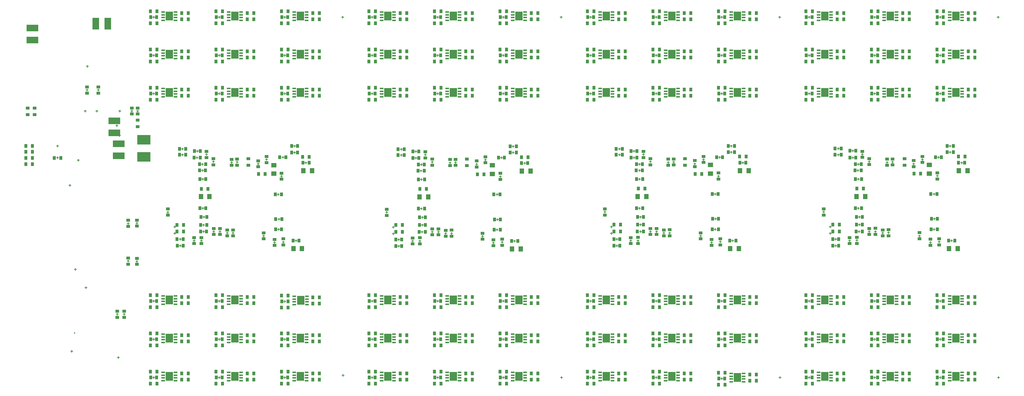
<source format=gbp>
G04*
G04 #@! TF.GenerationSoftware,Altium Limited,Altium Designer,18.1.7 (191)*
G04*
G04 Layer_Color=128*
%FSLAX25Y25*%
%MOIN*%
G70*
G01*
G75*
%ADD12C,0.00787*%
%ADD15C,0.00500*%
%ADD20R,0.03500X0.03000*%
%ADD24R,0.03937X0.04921*%
%ADD26R,0.03000X0.03500*%
%ADD31R,0.03543X0.03000*%
%ADD34R,0.03000X0.03543*%
%ADD36R,0.11000X0.06299*%
%ADD47R,0.06693X0.08071*%
%ADD48R,0.03347X0.01378*%
%ADD52R,0.06299X0.11000*%
%ADD165R,0.12000X0.09000*%
%ADD166R,0.04921X0.03937*%
D12*
X52025Y93202D02*
G03*
X52025Y93202I-394J0D01*
G01*
D15*
X102926Y296599D02*
X104926D01*
X103926Y295599D02*
Y297599D01*
X742376Y184619D02*
X744376D01*
X743376Y183619D02*
Y185619D01*
X542076Y184604D02*
X544076D01*
X543076Y183604D02*
Y185604D01*
X343386Y183259D02*
Y185259D01*
X342386Y184259D02*
X344386D01*
X46306Y228669D02*
X48306D01*
X47306Y227669D02*
Y229669D01*
X62356Y337549D02*
X64356D01*
X63356Y336549D02*
Y338549D01*
X124009Y381418D02*
Y383418D01*
X123009Y382418D02*
X125009D01*
X826546Y252185D02*
X828546D01*
X827546Y251185D02*
Y253185D01*
X862583Y249129D02*
X864583D01*
X863583Y248129D02*
Y250129D01*
X795312Y248687D02*
Y250687D01*
X794312Y249687D02*
X796312D01*
X784746Y185273D02*
Y187273D01*
X783746Y186273D02*
X785746D01*
X837246Y220429D02*
X839246D01*
X838246Y219429D02*
Y221429D01*
X824946Y181273D02*
Y183273D01*
X823946Y182273D02*
X825946D01*
X837696Y197720D02*
X839696D01*
X838696Y196720D02*
Y198720D01*
X819746Y247329D02*
Y249329D01*
X818746Y248329D02*
X820746D01*
X800346Y248829D02*
Y250829D01*
X799346Y249829D02*
X801346D01*
X778946Y249129D02*
Y251129D01*
X777946Y250129D02*
X779946D01*
X768146Y234129D02*
X770146D01*
X769146Y233129D02*
Y235129D01*
X768146Y207629D02*
X770146D01*
X769146Y206629D02*
Y208629D01*
X779046Y185229D02*
Y187229D01*
X778046Y186229D02*
X780046D01*
X791346Y183929D02*
Y185929D01*
X790346Y184929D02*
X792346D01*
X747390Y173229D02*
X749390D01*
X748390Y172229D02*
Y174229D01*
X834946Y175273D02*
Y177273D01*
X833946Y176273D02*
X835946D01*
X768846Y186329D02*
X770846D01*
X769846Y185329D02*
Y187329D01*
X768946Y192429D02*
X770946D01*
X769946Y191429D02*
Y193429D01*
X767946Y247829D02*
X769946D01*
X768946Y246829D02*
Y248829D01*
X767846Y242129D02*
X769846D01*
X768846Y241129D02*
Y243129D01*
X747346Y179329D02*
X749346D01*
X748346Y178329D02*
Y180329D01*
X841346Y254229D02*
X843346D01*
X842346Y253229D02*
Y255229D01*
X837446Y188229D02*
X839446D01*
X838446Y187229D02*
Y189229D01*
X842946Y175773D02*
Y177773D01*
X841946Y176773D02*
X843946D01*
X795746Y185029D02*
X797746D01*
X796746Y184029D02*
Y186029D01*
X767746Y177029D02*
Y179029D01*
X766746Y178029D02*
X768746D01*
X769046Y199629D02*
X771046D01*
X770046Y198629D02*
Y200629D01*
X841246Y236029D02*
Y238029D01*
X840246Y237029D02*
X842246D01*
X761146Y176929D02*
Y178929D01*
X760146Y177929D02*
X762146D01*
X763946Y252829D02*
Y254829D01*
X762946Y253829D02*
X764946D01*
X853146Y257729D02*
Y259729D01*
X852146Y258729D02*
X854146D01*
X772528Y255797D02*
Y257797D01*
X771528Y256797D02*
X773528D01*
X854446Y176829D02*
Y178829D01*
X853446Y177829D02*
X855446D01*
X763046Y260029D02*
X765046D01*
X764046Y259029D02*
Y261029D01*
X749546Y262029D02*
X751546D01*
X750546Y261029D02*
Y263029D01*
X852146Y264529D02*
X854146D01*
X853146Y263529D02*
Y265529D01*
X749546Y256529D02*
X751546D01*
X750546Y255529D02*
Y257529D01*
X543076Y189534D02*
Y191534D01*
X542076Y190534D02*
X544076D01*
X536946Y203070D02*
Y205070D01*
X535946Y204070D02*
X537946D01*
X109516Y295569D02*
Y297569D01*
X108516Y296569D02*
X110516D01*
X91877Y296599D02*
X93877D01*
X92877Y295599D02*
Y297599D01*
X89496Y283279D02*
X91496D01*
X90496Y282279D02*
Y284279D01*
X92752Y273319D02*
Y275319D01*
X91752Y274319D02*
X93752D01*
X35898Y252761D02*
Y254761D01*
X34898Y253761D02*
X36898D01*
X124009Y311418D02*
Y313418D01*
X123009Y312418D02*
X125009D01*
X724009Y121418D02*
Y123418D01*
X723009Y122418D02*
X725009D01*
X723009D02*
X725009D01*
X724009Y121418D02*
Y123418D01*
X342386Y190189D02*
X344386D01*
X343386Y189189D02*
Y191189D01*
X347356Y178969D02*
X349356D01*
X348356Y177969D02*
Y179969D01*
X368856Y185969D02*
X370856D01*
X369856Y184969D02*
Y186969D01*
X368956Y192069D02*
X370956D01*
X369956Y191069D02*
Y193069D01*
X368156Y233769D02*
X370156D01*
X369156Y232769D02*
Y234769D01*
X367856Y241769D02*
X369856D01*
X368856Y240769D02*
Y242769D01*
X391356Y183569D02*
Y185569D01*
X390356Y184569D02*
X392356D01*
X453456Y177469D02*
X455456D01*
X454456Y176469D02*
Y178469D01*
X452156Y258369D02*
X454156D01*
X453156Y257369D02*
Y259369D01*
X452156Y264169D02*
X454156D01*
X453156Y263169D02*
Y265169D01*
X347400Y172869D02*
X349400D01*
X348400Y171869D02*
Y173869D01*
X362956Y253469D02*
X364956D01*
X363956Y252469D02*
Y254469D01*
X367756Y176669D02*
Y178669D01*
X366756Y177669D02*
X368756D01*
X368156Y207269D02*
X370156D01*
X369156Y206269D02*
Y208269D01*
X369056Y199269D02*
X371056D01*
X370056Y198269D02*
Y200269D01*
X363056Y259669D02*
X365056D01*
X364056Y258669D02*
Y260669D01*
X384756Y184913D02*
Y186913D01*
X383756Y185913D02*
X385756D01*
X400356Y248469D02*
Y250469D01*
X399356Y249469D02*
X401356D01*
X437456Y187869D02*
X439456D01*
X438456Y186869D02*
Y188869D01*
X437256Y220069D02*
X439256D01*
X438256Y219069D02*
Y221069D01*
X441356Y253869D02*
X443356D01*
X442356Y252869D02*
Y254869D01*
X367956Y247469D02*
X369956D01*
X368956Y246469D02*
Y248469D01*
X336256Y203725D02*
X338256D01*
X337256Y202725D02*
Y204725D01*
X349556Y256169D02*
X351556D01*
X350556Y255169D02*
Y257169D01*
X372538Y255437D02*
Y257437D01*
X371538Y256437D02*
X373538D01*
X396756Y183669D02*
Y185669D01*
X395756Y184669D02*
X397756D01*
X424956Y180913D02*
Y182913D01*
X423956Y181913D02*
X425956D01*
X434956Y174913D02*
Y176913D01*
X433956Y175913D02*
X435956D01*
X442956Y175413D02*
Y177413D01*
X441956Y176413D02*
X443956D01*
X441256Y235669D02*
Y237669D01*
X440256Y236669D02*
X442256D01*
X419756Y246969D02*
Y248969D01*
X418756Y247969D02*
X420756D01*
X427556Y250825D02*
Y252825D01*
X426556Y251825D02*
X428556D01*
X462593Y248769D02*
X464593D01*
X463593Y247769D02*
Y249769D01*
X349556Y261669D02*
X351556D01*
X350556Y260669D02*
Y262669D01*
X379056Y184869D02*
Y186869D01*
X378056Y185869D02*
X380056D01*
X361156Y176569D02*
Y178569D01*
X360156Y177569D02*
X362156D01*
X378956Y248769D02*
Y250769D01*
X377956Y249769D02*
X379956D01*
X395322Y248327D02*
Y250327D01*
X394322Y249327D02*
X396322D01*
X437706Y197360D02*
X439706D01*
X438706Y196360D02*
Y198360D01*
X495985Y382676D02*
X497985D01*
X496985Y381676D02*
Y383676D01*
X324009Y311418D02*
Y313418D01*
X323009Y312418D02*
X325009D01*
X724009Y311418D02*
Y313418D01*
X723009Y312418D02*
X725009D01*
X324009Y346418D02*
Y348418D01*
X323009Y347418D02*
X325009D01*
X524009Y346418D02*
Y348418D01*
X523009Y347418D02*
X525009D01*
X724009Y346418D02*
Y348418D01*
X723009Y347418D02*
X725009D01*
X324009Y381418D02*
Y383418D01*
X323009Y382418D02*
X325009D01*
X524009Y381418D02*
Y383418D01*
X523009Y382418D02*
X525009D01*
X724009Y381418D02*
Y383418D01*
X723009Y382418D02*
X725009D01*
X384009Y311418D02*
Y313418D01*
X383009Y312418D02*
X385009D01*
X584009Y311418D02*
Y313418D01*
X583009Y312418D02*
X585009D01*
X784009Y311418D02*
Y313418D01*
X783009Y312418D02*
X785009D01*
X384009Y346418D02*
Y348418D01*
X383009Y347418D02*
X385009D01*
X584009Y346418D02*
Y348418D01*
X583009Y347418D02*
X585009D01*
X784009Y346418D02*
Y348418D01*
X783009Y347418D02*
X785009D01*
X384009Y381418D02*
Y383418D01*
X383009Y382418D02*
X385009D01*
X584009Y381418D02*
Y383418D01*
X583009Y382418D02*
X585009D01*
X784009Y381418D02*
Y383418D01*
X783009Y382418D02*
X785009D01*
X444009Y311418D02*
Y313418D01*
X443009Y312418D02*
X445009D01*
X644009Y311418D02*
Y313418D01*
X643009Y312418D02*
X645009D01*
X844009Y311418D02*
Y313418D01*
X843009Y312418D02*
X845009D01*
X444009Y346418D02*
Y348418D01*
X443009Y347418D02*
X445009D01*
X644009Y346418D02*
Y348418D01*
X643009Y347418D02*
X645009D01*
X844009Y346418D02*
Y348418D01*
X843009Y347418D02*
X845009D01*
X444009Y381418D02*
Y383418D01*
X443009Y382418D02*
X445009D01*
X644009Y381418D02*
Y383418D01*
X643009Y382418D02*
X645009D01*
X844009Y381418D02*
Y383418D01*
X843009Y382418D02*
X845009D01*
X324009Y121418D02*
Y123418D01*
X323009Y122418D02*
X325009D01*
X524009Y121418D02*
Y123418D01*
X523009Y122418D02*
X525009D01*
X324009Y86418D02*
Y88418D01*
X323009Y87418D02*
X325009D01*
X524009Y86418D02*
Y88418D01*
X523009Y87418D02*
X525009D01*
X724009Y86418D02*
Y88418D01*
X723009Y87418D02*
X725009D01*
X323009Y52418D02*
X325009D01*
X324009Y51418D02*
Y53418D01*
X523009Y52418D02*
X525009D01*
X524009Y51418D02*
Y53418D01*
X723009Y52418D02*
X725009D01*
X724009Y51418D02*
Y53418D01*
X384009Y121418D02*
Y123418D01*
X383009Y122418D02*
X385009D01*
X584009Y121418D02*
Y123418D01*
X583009Y122418D02*
X585009D01*
X784009Y121418D02*
Y123418D01*
X783009Y122418D02*
X785009D01*
X384009Y86418D02*
Y88418D01*
X383009Y87418D02*
X385009D01*
X584009Y86418D02*
Y88418D01*
X583009Y87418D02*
X585009D01*
X784009Y86418D02*
Y88418D01*
X783009Y87418D02*
X785009D01*
X384009Y51418D02*
Y53418D01*
X383009Y52418D02*
X385009D01*
X584009Y51418D02*
Y53418D01*
X583009Y52418D02*
X585009D01*
X784009Y51418D02*
Y53418D01*
X783009Y52418D02*
X785009D01*
X444009Y121418D02*
Y123418D01*
X443009Y122418D02*
X445009D01*
X644009Y121418D02*
Y123418D01*
X643009Y122418D02*
X645009D01*
X844009Y121418D02*
Y123418D01*
X843009Y122418D02*
X845009D01*
X444009Y86418D02*
Y88418D01*
X443009Y87418D02*
X445009D01*
X644009Y86418D02*
Y88418D01*
X643009Y87418D02*
X645009D01*
X844009Y86418D02*
Y88418D01*
X843009Y87418D02*
X845009D01*
X444009Y51418D02*
Y53418D01*
X443009Y52418D02*
X445009D01*
X644009Y50418D02*
Y52418D01*
X643009Y51418D02*
X645009D01*
X844009D02*
Y53418D01*
X843009Y52418D02*
X845009D01*
X524009Y311418D02*
Y313418D01*
X523009Y312418D02*
X525009D01*
X143276Y183519D02*
Y185519D01*
X142276Y184519D02*
X144276D01*
X143276Y189449D02*
Y191449D01*
X142276Y190449D02*
X144276D01*
X137146Y202985D02*
Y204985D01*
X136146Y203985D02*
X138146D01*
X123009Y87418D02*
X125009D01*
X124009Y86418D02*
Y88418D01*
X123009Y122418D02*
X125009D01*
X124009Y121418D02*
Y123418D01*
X123009Y52418D02*
X125009D01*
X124009Y51418D02*
Y53418D01*
X183009Y122418D02*
X185009D01*
X184009Y121418D02*
Y123418D01*
X183009Y87418D02*
X185009D01*
X184009Y86418D02*
Y88418D01*
X183009Y52418D02*
X185009D01*
X184009Y51418D02*
Y53418D01*
X243126Y122059D02*
X245126D01*
X244126Y121059D02*
Y123059D01*
X243009Y87418D02*
X245009D01*
X244009Y86418D02*
Y88418D01*
X243009Y52418D02*
X245009D01*
X244009Y51418D02*
Y53418D01*
X123009Y122418D02*
X125009D01*
X124009Y121418D02*
Y123418D01*
X297267Y53442D02*
Y55442D01*
X296267Y54442D02*
X298267D01*
X243009Y52418D02*
X245009D01*
X244009Y51418D02*
Y53418D01*
X243009Y87418D02*
X245009D01*
X244009Y86418D02*
Y88418D01*
X243126Y122059D02*
X245126D01*
X244126Y121059D02*
Y123059D01*
X183009Y52418D02*
X185009D01*
X184009Y51418D02*
Y53418D01*
X183009Y87418D02*
X185009D01*
X184009Y86418D02*
Y88418D01*
X183009Y122418D02*
X185009D01*
X184009Y121418D02*
Y123418D01*
X123009Y52418D02*
X125009D01*
X124009Y51418D02*
Y53418D01*
X123009Y87418D02*
X125009D01*
X124009Y86418D02*
Y88418D01*
X184009Y381418D02*
Y383418D01*
X183009Y382418D02*
X185009D01*
X123009Y312418D02*
X125009D01*
X124009Y311418D02*
Y313418D01*
X243009Y312418D02*
X245009D01*
X244009Y311418D02*
Y313418D01*
X123009Y382418D02*
X125009D01*
X124009Y381418D02*
Y383418D01*
X243009Y382418D02*
X245009D01*
X244009Y381418D02*
Y383418D01*
X123009Y347418D02*
X125009D01*
X124009Y346418D02*
Y348418D01*
X243009Y347418D02*
X245009D01*
X244009Y346418D02*
Y348418D01*
X183009Y312418D02*
X185009D01*
X184009Y311418D02*
Y313418D01*
X183009Y382418D02*
X185009D01*
X184009Y381418D02*
Y383418D01*
X183009Y347418D02*
X185009D01*
X184009Y346418D02*
Y348418D01*
X243009Y312418D02*
X245009D01*
X244009Y311418D02*
Y313418D01*
X243009Y382418D02*
X245009D01*
X244009Y381418D02*
Y383418D01*
X123009Y347418D02*
X125009D01*
X124009Y346418D02*
Y348418D01*
X243009Y347418D02*
X245009D01*
X244009Y346418D02*
Y348418D01*
X183009Y312418D02*
X185009D01*
X184009Y311418D02*
Y313418D01*
X296985Y381676D02*
Y383676D01*
X295985Y382676D02*
X297985D01*
X183009Y347418D02*
X185009D01*
X184009Y346418D02*
Y348418D01*
X723009Y312418D02*
X725009D01*
X724009Y311418D02*
Y313418D01*
X523009Y312418D02*
X525009D01*
X524009Y311418D02*
Y313418D01*
X323009Y312418D02*
X325009D01*
X324009Y311418D02*
Y313418D01*
X897267Y51442D02*
Y53442D01*
X896267Y52442D02*
X898267D01*
X697267Y51442D02*
Y53442D01*
X696267Y52442D02*
X698267D01*
X497267Y51442D02*
Y53442D01*
X496267Y52442D02*
X498267D01*
X843009Y52418D02*
X845009D01*
X844009Y51418D02*
Y53418D01*
X643009Y51418D02*
X645009D01*
X644009Y50418D02*
Y52418D01*
X443009D02*
X445009D01*
X444009Y51418D02*
Y53418D01*
X843009Y87418D02*
X845009D01*
X844009Y86418D02*
Y88418D01*
X643009Y87418D02*
X645009D01*
X644009Y86418D02*
Y88418D01*
X443009Y87418D02*
X445009D01*
X444009Y86418D02*
Y88418D01*
X843009Y122418D02*
X845009D01*
X844009Y121418D02*
Y123418D01*
X643009Y122418D02*
X645009D01*
X644009Y121418D02*
Y123418D01*
X443009Y122418D02*
X445009D01*
X444009Y121418D02*
Y123418D01*
X783009Y52418D02*
X785009D01*
X784009Y51418D02*
Y53418D01*
X583009Y52418D02*
X585009D01*
X584009Y51418D02*
Y53418D01*
X383009Y52418D02*
X385009D01*
X384009Y51418D02*
Y53418D01*
X783009Y87418D02*
X785009D01*
X784009Y86418D02*
Y88418D01*
X583009Y87418D02*
X585009D01*
X584009Y86418D02*
Y88418D01*
X383009Y87418D02*
X385009D01*
X384009Y86418D02*
Y88418D01*
X783009Y122418D02*
X785009D01*
X784009Y121418D02*
Y123418D01*
X583009Y122418D02*
X585009D01*
X584009Y121418D02*
Y123418D01*
X383009Y122418D02*
X385009D01*
X384009Y121418D02*
Y123418D01*
X723009Y52418D02*
X725009D01*
X724009Y51418D02*
Y53418D01*
X523009Y52418D02*
X525009D01*
X524009Y51418D02*
Y53418D01*
X323009Y52418D02*
X325009D01*
X324009Y51418D02*
Y53418D01*
X723009Y87418D02*
X725009D01*
X724009Y86418D02*
Y88418D01*
X523009Y87418D02*
X525009D01*
X524009Y86418D02*
Y88418D01*
X323009Y87418D02*
X325009D01*
X324009Y86418D02*
Y88418D01*
X523009Y122418D02*
X525009D01*
X524009Y121418D02*
Y123418D01*
X323009Y122418D02*
X325009D01*
X324009Y121418D02*
Y123418D01*
X896985Y381676D02*
Y383676D01*
X895985Y382676D02*
X897985D01*
X696985Y381676D02*
Y383676D01*
X695985Y382676D02*
X697985D01*
X843009Y382418D02*
X845009D01*
X844009Y381418D02*
Y383418D01*
X643009Y382418D02*
X645009D01*
X644009Y381418D02*
Y383418D01*
X443009Y382418D02*
X445009D01*
X444009Y381418D02*
Y383418D01*
X843009Y347418D02*
X845009D01*
X844009Y346418D02*
Y348418D01*
X643009Y347418D02*
X645009D01*
X644009Y346418D02*
Y348418D01*
X443009Y347418D02*
X445009D01*
X444009Y346418D02*
Y348418D01*
X843009Y312418D02*
X845009D01*
X844009Y311418D02*
Y313418D01*
X643009Y312418D02*
X645009D01*
X644009Y311418D02*
Y313418D01*
X443009Y312418D02*
X445009D01*
X444009Y311418D02*
Y313418D01*
X783009Y382418D02*
X785009D01*
X784009Y381418D02*
Y383418D01*
X583009Y382418D02*
X585009D01*
X584009Y381418D02*
Y383418D01*
X383009Y382418D02*
X385009D01*
X384009Y381418D02*
Y383418D01*
X783009Y347418D02*
X785009D01*
X784009Y346418D02*
Y348418D01*
X583009Y347418D02*
X585009D01*
X584009Y346418D02*
Y348418D01*
X383009Y347418D02*
X385009D01*
X384009Y346418D02*
Y348418D01*
X783009Y312418D02*
X785009D01*
X784009Y311418D02*
Y313418D01*
X583009Y312418D02*
X585009D01*
X584009Y311418D02*
Y313418D01*
X383009Y312418D02*
X385009D01*
X384009Y311418D02*
Y313418D01*
X723009Y382418D02*
X725009D01*
X724009Y381418D02*
Y383418D01*
X523009Y382418D02*
X525009D01*
X524009Y381418D02*
Y383418D01*
X323009Y382418D02*
X325009D01*
X324009Y381418D02*
Y383418D01*
X723009Y347418D02*
X725009D01*
X724009Y346418D02*
Y348418D01*
X523009Y347418D02*
X525009D01*
X524009Y346418D02*
Y348418D01*
X323009Y347418D02*
X325009D01*
X324009Y346418D02*
Y348418D01*
X100836Y158093D02*
Y160093D01*
X99836Y159093D02*
X101836D01*
X100846Y192625D02*
Y194625D01*
X99846Y193625D02*
X101846D01*
X108806Y157849D02*
Y159849D01*
X107806Y158849D02*
X109806D01*
X108706Y192839D02*
Y194839D01*
X107706Y193839D02*
X109706D01*
X262483Y249029D02*
X264483D01*
X263483Y248029D02*
Y250029D01*
X195212Y248587D02*
Y250587D01*
X194212Y249587D02*
X196212D01*
X184646Y185173D02*
Y187173D01*
X183646Y186173D02*
X185646D01*
X237146Y220329D02*
X239146D01*
X238146Y219329D02*
Y221329D01*
X224846Y181173D02*
Y183173D01*
X223846Y182173D02*
X225846D01*
X237596Y197620D02*
X239596D01*
X238596Y196620D02*
Y198620D01*
X219646Y247229D02*
Y249229D01*
X218646Y248229D02*
X220646D01*
X200246Y248729D02*
Y250729D01*
X199246Y249729D02*
X201246D01*
X178846Y249029D02*
Y251029D01*
X177846Y250029D02*
X179846D01*
X168046Y234029D02*
X170046D01*
X169046Y233029D02*
Y235029D01*
X168046Y207529D02*
X170046D01*
X169046Y206529D02*
Y208529D01*
X178946Y185129D02*
Y187129D01*
X177946Y186129D02*
X179946D01*
X191246Y183829D02*
Y185829D01*
X190246Y184829D02*
X192246D01*
X147290Y173129D02*
X149290D01*
X148290Y172129D02*
Y174129D01*
X234846Y175173D02*
Y177173D01*
X233846Y176173D02*
X235846D01*
X168746Y186229D02*
X170746D01*
X169746Y185229D02*
Y187229D01*
X168846Y192329D02*
X170846D01*
X169846Y191329D02*
Y193329D01*
X167846Y247729D02*
X169846D01*
X168846Y246729D02*
Y248729D01*
X167746Y242029D02*
X169746D01*
X168746Y241029D02*
Y243029D01*
X147246Y179229D02*
X149246D01*
X148246Y178229D02*
Y180229D01*
X241246Y254129D02*
X243246D01*
X242246Y253129D02*
Y255129D01*
X237346Y188129D02*
X239346D01*
X238346Y187129D02*
Y189129D01*
X242846Y175673D02*
Y177673D01*
X241846Y176673D02*
X243846D01*
X196646Y183929D02*
Y185929D01*
X195646Y184929D02*
X197646D01*
X167646Y176929D02*
Y178929D01*
X166646Y177929D02*
X168646D01*
X168946Y199529D02*
X170946D01*
X169946Y198529D02*
Y200529D01*
X241146Y235929D02*
Y237929D01*
X240146Y236929D02*
X242146D01*
X161046Y176829D02*
Y178829D01*
X160046Y177829D02*
X162046D01*
X162846Y253729D02*
X164846D01*
X163846Y252729D02*
Y254729D01*
X252046Y258629D02*
X254046D01*
X253046Y257629D02*
Y259629D01*
X172428Y255697D02*
Y257697D01*
X171428Y256697D02*
X173428D01*
X253346Y177729D02*
X255346D01*
X254346Y176729D02*
Y178729D01*
X162946Y259929D02*
X164946D01*
X163946Y258929D02*
Y260929D01*
X149446Y261929D02*
X151446D01*
X150446Y260929D02*
Y262929D01*
X252046Y264429D02*
X254046D01*
X253046Y263429D02*
Y265429D01*
X227446Y251085D02*
Y253085D01*
X226446Y252085D02*
X228446D01*
X149446Y256429D02*
X151446D01*
X150446Y255429D02*
Y257429D01*
X663283Y248114D02*
Y250114D01*
X662283Y249114D02*
X664283D01*
X594012Y249672D02*
X596012D01*
X595012Y248672D02*
Y250672D01*
X583446Y186258D02*
X585446D01*
X584446Y185258D02*
Y187258D01*
X637946Y219414D02*
Y221414D01*
X636946Y220414D02*
X638946D01*
X623646Y182258D02*
X625646D01*
X624646Y181258D02*
Y183258D01*
X638396Y196705D02*
Y198705D01*
X637396Y197705D02*
X639396D01*
X618446Y248314D02*
X620446D01*
X619446Y247314D02*
Y249314D01*
X599046Y249814D02*
X601046D01*
X600046Y248814D02*
Y250814D01*
X577646Y250114D02*
X579646D01*
X578646Y249114D02*
Y251114D01*
X568846Y233114D02*
Y235114D01*
X567846Y234114D02*
X569846D01*
X568846Y206614D02*
Y208614D01*
X567846Y207614D02*
X569846D01*
X577746Y186214D02*
X579746D01*
X578746Y185214D02*
Y187214D01*
X590046Y184914D02*
X592046D01*
X591046Y183914D02*
Y185914D01*
X548090Y172214D02*
Y174214D01*
X547090Y173214D02*
X549090D01*
X633646Y176258D02*
X635646D01*
X634646Y175258D02*
Y177258D01*
X569546Y185314D02*
Y187314D01*
X568546Y186314D02*
X570546D01*
X569646Y191414D02*
Y193414D01*
X568646Y192414D02*
X570646D01*
X568646Y246814D02*
Y248814D01*
X567646Y247814D02*
X569646D01*
X568546Y241114D02*
Y243114D01*
X567546Y242114D02*
X569546D01*
X548046Y178314D02*
Y180314D01*
X547046Y179314D02*
X549046D01*
X642046Y253214D02*
Y255214D01*
X641046Y254214D02*
X643046D01*
X638146Y187214D02*
Y189214D01*
X637146Y188214D02*
X639146D01*
X641646Y176758D02*
X643646D01*
X642646Y175758D02*
Y177758D01*
X595446Y185014D02*
X597446D01*
X596446Y184014D02*
Y186014D01*
X566446Y178014D02*
X568446D01*
X567446Y177014D02*
Y179014D01*
X569746Y198614D02*
Y200614D01*
X568746Y199614D02*
X570746D01*
X639946Y237014D02*
X641946D01*
X640946Y236014D02*
Y238014D01*
X559846Y177914D02*
X561846D01*
X560846Y176914D02*
Y178914D01*
X563646Y252814D02*
Y254814D01*
X562646Y253814D02*
X564646D01*
X652846Y257714D02*
Y259714D01*
X651846Y258714D02*
X653846D01*
X571228Y256782D02*
X573228D01*
X572228Y255782D02*
Y257782D01*
X654146Y176814D02*
Y178814D01*
X653146Y177814D02*
X655146D01*
X563746Y259014D02*
Y261014D01*
X562746Y260014D02*
X564746D01*
X550246Y261014D02*
Y263014D01*
X549246Y262014D02*
X551246D01*
X652846Y263514D02*
Y265514D01*
X651846Y264514D02*
X653846D01*
X626246Y252170D02*
X628246D01*
X627246Y251170D02*
Y253170D01*
X550246Y255514D02*
Y257514D01*
X549246Y256514D02*
X551246D01*
X742376Y190549D02*
X744376D01*
X743376Y189549D02*
Y191549D01*
X36160Y263677D02*
Y265676D01*
X35160Y264676D02*
X37160D01*
X63126Y314709D02*
Y316709D01*
X62126Y315709D02*
X64126D01*
X73366Y314709D02*
Y316709D01*
X72366Y315709D02*
X74366D01*
X55116Y250499D02*
Y252499D01*
X54116Y251499D02*
X56116D01*
X51350Y151549D02*
X53350D01*
X52350Y150549D02*
Y152549D01*
X47976Y76499D02*
X49976D01*
X48976Y75499D02*
Y77499D01*
X62132Y133699D02*
Y135699D01*
X61132Y134699D02*
X63132D01*
X91576Y69699D02*
Y71699D01*
X90576Y70699D02*
X92576D01*
X95976Y110399D02*
X97976D01*
X96976Y109399D02*
Y111399D01*
X89698Y110399D02*
X91698D01*
X90698Y109399D02*
Y111399D01*
X736246Y204085D02*
X738246D01*
X737246Y203085D02*
Y205085D01*
X61246Y295669D02*
Y297669D01*
X60246Y296669D02*
X62246D01*
X71952Y295489D02*
Y297489D01*
X70952Y296489D02*
X72952D01*
D20*
X610256Y246814D02*
D03*
X811406Y246829D02*
D03*
X109506Y288139D02*
D03*
Y282139D02*
D03*
X410546Y246469D02*
D03*
Y252469D02*
D03*
X210676Y252729D02*
D03*
Y246729D02*
D03*
X610256Y252814D02*
D03*
X8626Y299089D02*
D03*
Y293089D02*
D03*
X15146Y299089D02*
D03*
Y293089D02*
D03*
X811406Y252829D02*
D03*
D24*
X459893Y170169D02*
D03*
X375293Y217869D02*
D03*
X461156Y241569D02*
D03*
X175183Y218129D02*
D03*
X261046Y241829D02*
D03*
X574983Y218214D02*
D03*
X660846Y241914D02*
D03*
X775283Y218229D02*
D03*
X861146Y241929D02*
D03*
X259783Y170429D02*
D03*
X659583Y170514D02*
D03*
X859883Y170529D02*
D03*
X268920Y241829D02*
D03*
X367419Y217869D02*
D03*
X452019Y170169D02*
D03*
X469030Y241569D02*
D03*
X869020Y241929D02*
D03*
X767409Y218229D02*
D03*
X852009Y170529D02*
D03*
X167309Y218129D02*
D03*
X251909Y170429D02*
D03*
X668720Y241914D02*
D03*
X567109Y218214D02*
D03*
X651709Y170514D02*
D03*
D26*
X7180Y248017D02*
D03*
X13180D02*
D03*
Y253570D02*
D03*
X7180D02*
D03*
X460593Y254359D02*
D03*
X173746Y225329D02*
D03*
X373856Y225069D02*
D03*
X773846Y225429D02*
D03*
X260483Y254619D02*
D03*
X660283Y254704D02*
D03*
X860583Y254719D02*
D03*
X420486Y238449D02*
D03*
X820136Y239129D02*
D03*
X573546Y225414D02*
D03*
X266483Y254619D02*
D03*
X727009Y127918D02*
D03*
X721009D02*
D03*
X727009Y116918D02*
D03*
X721009D02*
D03*
X351556Y185969D02*
D03*
X345556D02*
D03*
X351556Y192069D02*
D03*
X345556D02*
D03*
X367856Y225069D02*
D03*
X426486Y238449D02*
D03*
X466593Y254359D02*
D03*
X349709Y310518D02*
D03*
X355709D02*
D03*
X349709Y316218D02*
D03*
X355709D02*
D03*
X321009Y306918D02*
D03*
X327009D02*
D03*
X321009Y317918D02*
D03*
X327009D02*
D03*
X721009Y306918D02*
D03*
X727009D02*
D03*
X749709Y310518D02*
D03*
X755709D02*
D03*
X721009Y317918D02*
D03*
X727009D02*
D03*
X749709Y316218D02*
D03*
X755709D02*
D03*
X321009Y341918D02*
D03*
X327009D02*
D03*
X349709Y345518D02*
D03*
X355709D02*
D03*
X321009Y352918D02*
D03*
X327009D02*
D03*
X349709Y351218D02*
D03*
X355709D02*
D03*
X521009Y341918D02*
D03*
X527009D02*
D03*
X549709Y345518D02*
D03*
X555709D02*
D03*
X521009Y352918D02*
D03*
X527009D02*
D03*
X549709Y351218D02*
D03*
X555709D02*
D03*
X721009Y341918D02*
D03*
X727009D02*
D03*
X749709Y345518D02*
D03*
X755709D02*
D03*
X721009Y352918D02*
D03*
X727009D02*
D03*
X749709Y351218D02*
D03*
X755709D02*
D03*
X321009Y376918D02*
D03*
X327009D02*
D03*
X349709Y380518D02*
D03*
X355709D02*
D03*
X321009Y387918D02*
D03*
X327009D02*
D03*
X349709Y386218D02*
D03*
X355709D02*
D03*
X521009Y376918D02*
D03*
X527009D02*
D03*
X549709Y380518D02*
D03*
X555709D02*
D03*
X521009Y387918D02*
D03*
X527009D02*
D03*
X549709Y386218D02*
D03*
X555709D02*
D03*
X721009Y376918D02*
D03*
X727009D02*
D03*
X749709Y380518D02*
D03*
X755709D02*
D03*
X721009Y387918D02*
D03*
X727009D02*
D03*
X749709Y386218D02*
D03*
X755709D02*
D03*
X381009Y306918D02*
D03*
X387009D02*
D03*
X409709Y310518D02*
D03*
X415709D02*
D03*
X381009Y317918D02*
D03*
X387009D02*
D03*
X409709Y316218D02*
D03*
X415709D02*
D03*
X581009Y306918D02*
D03*
X587009D02*
D03*
X609709Y310518D02*
D03*
X615709D02*
D03*
X581009Y317918D02*
D03*
X587009D02*
D03*
X609709Y316218D02*
D03*
X615709D02*
D03*
X781009Y306918D02*
D03*
X787009D02*
D03*
X809709Y310518D02*
D03*
X815709D02*
D03*
X781009Y317918D02*
D03*
X787009D02*
D03*
X809709Y316218D02*
D03*
X815709D02*
D03*
X381009Y341918D02*
D03*
X387009D02*
D03*
X409709Y345518D02*
D03*
X415709D02*
D03*
X381009Y352918D02*
D03*
X387009D02*
D03*
X409709Y351218D02*
D03*
X415709D02*
D03*
X581009Y341918D02*
D03*
X587009D02*
D03*
X609709Y345518D02*
D03*
X615709D02*
D03*
X581009Y352918D02*
D03*
X587009D02*
D03*
X609709Y351218D02*
D03*
X615709D02*
D03*
X781009Y341918D02*
D03*
X787009D02*
D03*
X809709Y345518D02*
D03*
X815709D02*
D03*
X781009Y352918D02*
D03*
X787009D02*
D03*
X809709Y351218D02*
D03*
X815709D02*
D03*
X381009Y376918D02*
D03*
X387009D02*
D03*
X409709Y380518D02*
D03*
X415709D02*
D03*
X381009Y387918D02*
D03*
X387009D02*
D03*
X409709Y386218D02*
D03*
X415709D02*
D03*
X581009Y376918D02*
D03*
X587009D02*
D03*
X609709Y380518D02*
D03*
X615709D02*
D03*
X581009Y387918D02*
D03*
X587009D02*
D03*
X609709Y386218D02*
D03*
X615709D02*
D03*
X781009Y376918D02*
D03*
X787009D02*
D03*
X809709Y380518D02*
D03*
X815709D02*
D03*
X781009Y387918D02*
D03*
X787009D02*
D03*
X809709Y386218D02*
D03*
X815709D02*
D03*
X441009Y306918D02*
D03*
X447009D02*
D03*
X469709Y310518D02*
D03*
X475709D02*
D03*
X441009Y317918D02*
D03*
X447009D02*
D03*
X469709Y316218D02*
D03*
X475709D02*
D03*
X641009Y306918D02*
D03*
X647009D02*
D03*
X669709Y310518D02*
D03*
X675709D02*
D03*
X641009Y317918D02*
D03*
X647009D02*
D03*
X669709Y316218D02*
D03*
X675709D02*
D03*
X841009Y306918D02*
D03*
X847009D02*
D03*
X869709Y310518D02*
D03*
X875709D02*
D03*
X841009Y317918D02*
D03*
X847009D02*
D03*
X869709Y316218D02*
D03*
X875709D02*
D03*
X441009Y341918D02*
D03*
X447009D02*
D03*
X469709Y345518D02*
D03*
X475709D02*
D03*
X441009Y352918D02*
D03*
X447009D02*
D03*
X469709Y351218D02*
D03*
X475709D02*
D03*
X641009Y341918D02*
D03*
X647009D02*
D03*
X669709Y345518D02*
D03*
X675709D02*
D03*
X641009Y352918D02*
D03*
X647009D02*
D03*
X669709Y351218D02*
D03*
X675709D02*
D03*
X841009Y341918D02*
D03*
X847009D02*
D03*
X869709Y345518D02*
D03*
X875709D02*
D03*
X841009Y352918D02*
D03*
X847009D02*
D03*
X869709Y351218D02*
D03*
X875709D02*
D03*
X441009Y376918D02*
D03*
X447009D02*
D03*
X469709Y380518D02*
D03*
X475709D02*
D03*
X441009Y387918D02*
D03*
X447009D02*
D03*
X469709Y386218D02*
D03*
X475709D02*
D03*
X641009Y376918D02*
D03*
X647009D02*
D03*
X669709Y380518D02*
D03*
X675709D02*
D03*
X641009Y387918D02*
D03*
X647009D02*
D03*
X669709Y386218D02*
D03*
X675709D02*
D03*
X841009Y376918D02*
D03*
X847009D02*
D03*
X869709Y380518D02*
D03*
X875709D02*
D03*
X841009Y387918D02*
D03*
X847009D02*
D03*
X869709Y386218D02*
D03*
X875709D02*
D03*
X321009Y116918D02*
D03*
X327009D02*
D03*
X349709Y120518D02*
D03*
X355709D02*
D03*
X321009Y127918D02*
D03*
X327009D02*
D03*
X349709Y126218D02*
D03*
X355709D02*
D03*
X521009Y116918D02*
D03*
X527009D02*
D03*
X549709Y120518D02*
D03*
X555709D02*
D03*
X521009Y127918D02*
D03*
X527009D02*
D03*
X549709Y126218D02*
D03*
X555709D02*
D03*
X749709Y120518D02*
D03*
X755709D02*
D03*
X749709Y126218D02*
D03*
X755709D02*
D03*
X321009Y81918D02*
D03*
X327009D02*
D03*
X349709Y85518D02*
D03*
X355709D02*
D03*
X321009Y92918D02*
D03*
X327009D02*
D03*
X349709Y91218D02*
D03*
X355709D02*
D03*
X521009Y81918D02*
D03*
X527009D02*
D03*
X549709Y85518D02*
D03*
X555709D02*
D03*
X521009Y92918D02*
D03*
X527009D02*
D03*
X549709Y91218D02*
D03*
X555709D02*
D03*
X721009Y81918D02*
D03*
X727009D02*
D03*
X749709Y85518D02*
D03*
X755709D02*
D03*
X721009Y92918D02*
D03*
X727009D02*
D03*
X749709Y91218D02*
D03*
X755709D02*
D03*
X321009Y46918D02*
D03*
X327009D02*
D03*
X349709Y50518D02*
D03*
X355709D02*
D03*
X321009Y57918D02*
D03*
X327009D02*
D03*
X349709Y56218D02*
D03*
X355709D02*
D03*
X521009Y46918D02*
D03*
X527009D02*
D03*
X549709Y50518D02*
D03*
X555709D02*
D03*
X521009Y57918D02*
D03*
X527009D02*
D03*
X549709Y56218D02*
D03*
X555709D02*
D03*
X721009Y46918D02*
D03*
X727009D02*
D03*
X749709Y50518D02*
D03*
X755709D02*
D03*
X721009Y57918D02*
D03*
X727009D02*
D03*
X749709Y56218D02*
D03*
X755709D02*
D03*
X381009Y116918D02*
D03*
X387009D02*
D03*
X409709Y120518D02*
D03*
X415709D02*
D03*
X381009Y127918D02*
D03*
X387009D02*
D03*
X409709Y126218D02*
D03*
X415709D02*
D03*
X581009Y116918D02*
D03*
X587009D02*
D03*
X609709Y120518D02*
D03*
X615709D02*
D03*
X581009Y127918D02*
D03*
X587009D02*
D03*
X609709Y126218D02*
D03*
X615709D02*
D03*
X781009Y116918D02*
D03*
X787009D02*
D03*
X809709Y120518D02*
D03*
X815709D02*
D03*
X781009Y127918D02*
D03*
X787009D02*
D03*
X809709Y126218D02*
D03*
X815709D02*
D03*
X381009Y81918D02*
D03*
X387009D02*
D03*
X409709Y85518D02*
D03*
X415709D02*
D03*
X381009Y92918D02*
D03*
X387009D02*
D03*
X409709Y91218D02*
D03*
X415709D02*
D03*
X581009Y81918D02*
D03*
X587009D02*
D03*
X609709Y85518D02*
D03*
X615709D02*
D03*
X581009Y92918D02*
D03*
X587009D02*
D03*
X609709Y91218D02*
D03*
X615709D02*
D03*
X781009Y81918D02*
D03*
X787009D02*
D03*
X809709Y85518D02*
D03*
X815709D02*
D03*
X781009Y92918D02*
D03*
X787009D02*
D03*
X809709Y91218D02*
D03*
X815709D02*
D03*
X381009Y46918D02*
D03*
X387009D02*
D03*
X409709Y50518D02*
D03*
X415709D02*
D03*
X381009Y57918D02*
D03*
X387009D02*
D03*
X409709Y56218D02*
D03*
X415709D02*
D03*
X581009Y46918D02*
D03*
X587009D02*
D03*
X609709Y50518D02*
D03*
X615709D02*
D03*
X581009Y57918D02*
D03*
X587009D02*
D03*
X609709Y56218D02*
D03*
X615709D02*
D03*
X781009Y46918D02*
D03*
X787009D02*
D03*
X809709Y50518D02*
D03*
X815709D02*
D03*
X781009Y57918D02*
D03*
X787009D02*
D03*
X809709Y56218D02*
D03*
X815709D02*
D03*
X441009Y116918D02*
D03*
X447009D02*
D03*
X469709Y120518D02*
D03*
X475709D02*
D03*
X441009Y127918D02*
D03*
X447009D02*
D03*
X469709Y126218D02*
D03*
X475709D02*
D03*
X641009Y116918D02*
D03*
X647009D02*
D03*
X669709Y120518D02*
D03*
X675709D02*
D03*
X641009Y127918D02*
D03*
X647009D02*
D03*
X669709Y126218D02*
D03*
X675709D02*
D03*
X841009Y116918D02*
D03*
X847009D02*
D03*
X869709Y120518D02*
D03*
X875709D02*
D03*
X841009Y127918D02*
D03*
X847009D02*
D03*
X869709Y126218D02*
D03*
X875709D02*
D03*
X441009Y81918D02*
D03*
X447009D02*
D03*
X469709Y85518D02*
D03*
X475709D02*
D03*
X441009Y92918D02*
D03*
X447009D02*
D03*
X469709Y91218D02*
D03*
X475709D02*
D03*
X641009Y81918D02*
D03*
X647009D02*
D03*
X669709Y85518D02*
D03*
X675709D02*
D03*
X641009Y92918D02*
D03*
X647009D02*
D03*
X669709Y91218D02*
D03*
X675709D02*
D03*
X841009Y81918D02*
D03*
X847009D02*
D03*
X869709Y85518D02*
D03*
X875709D02*
D03*
X841009Y92918D02*
D03*
X847009D02*
D03*
X869709Y91218D02*
D03*
X875709D02*
D03*
X441009Y46918D02*
D03*
X447009D02*
D03*
X469709Y50518D02*
D03*
X475709D02*
D03*
X441009Y57918D02*
D03*
X447009D02*
D03*
X469709Y56218D02*
D03*
X475709D02*
D03*
X641009Y45918D02*
D03*
X647009D02*
D03*
X669709Y49518D02*
D03*
X675709D02*
D03*
X641009Y56918D02*
D03*
X647009D02*
D03*
X669709Y55218D02*
D03*
X675709D02*
D03*
X841009Y46918D02*
D03*
X847009D02*
D03*
X869709Y50518D02*
D03*
X875709D02*
D03*
X841009Y57918D02*
D03*
X847009D02*
D03*
X869709Y56218D02*
D03*
X875709D02*
D03*
X521009Y306918D02*
D03*
X527009D02*
D03*
X549709Y310518D02*
D03*
X555709D02*
D03*
X521009Y317918D02*
D03*
X527009D02*
D03*
X549709Y316218D02*
D03*
X555709D02*
D03*
X155709Y91218D02*
D03*
X149709D02*
D03*
X127009Y92918D02*
D03*
X121009D02*
D03*
X155709Y85518D02*
D03*
X149709D02*
D03*
X127009Y81918D02*
D03*
X121009D02*
D03*
X127009Y116918D02*
D03*
X121009D02*
D03*
X155709Y120518D02*
D03*
X149709D02*
D03*
X127009Y127918D02*
D03*
X121009D02*
D03*
X155709Y126218D02*
D03*
X149709D02*
D03*
X127009Y46918D02*
D03*
X121009D02*
D03*
X155709Y50518D02*
D03*
X149709D02*
D03*
X127009Y57918D02*
D03*
X121009D02*
D03*
X155709Y56218D02*
D03*
X149709D02*
D03*
X187009Y116918D02*
D03*
X181009D02*
D03*
X215709Y120518D02*
D03*
X209709D02*
D03*
X187009Y127918D02*
D03*
X181009D02*
D03*
X215709Y126218D02*
D03*
X209709D02*
D03*
X187009Y81918D02*
D03*
X181009D02*
D03*
X215709Y85518D02*
D03*
X209709D02*
D03*
X187009Y92918D02*
D03*
X181009D02*
D03*
X215709Y91218D02*
D03*
X209709D02*
D03*
X187009Y46918D02*
D03*
X181009D02*
D03*
X215709Y50518D02*
D03*
X209709D02*
D03*
X187009Y57918D02*
D03*
X181009D02*
D03*
X215709Y56218D02*
D03*
X209709D02*
D03*
X247126Y116559D02*
D03*
X241126D02*
D03*
X275826Y120159D02*
D03*
X269826D02*
D03*
X247126Y127559D02*
D03*
X241126D02*
D03*
X275826Y125859D02*
D03*
X269826D02*
D03*
X247009Y81918D02*
D03*
X241009D02*
D03*
X275709Y85518D02*
D03*
X269709D02*
D03*
X247009Y92918D02*
D03*
X241009D02*
D03*
X275709Y91218D02*
D03*
X269709D02*
D03*
X247009Y46918D02*
D03*
X241009D02*
D03*
X275709Y50518D02*
D03*
X269709D02*
D03*
X247009Y57918D02*
D03*
X241009D02*
D03*
X275709Y56218D02*
D03*
X269709D02*
D03*
X127009Y306918D02*
D03*
X121009D02*
D03*
X127009Y352918D02*
D03*
X121009D02*
D03*
X127009Y376918D02*
D03*
X121009D02*
D03*
X215709Y345518D02*
D03*
X209709D02*
D03*
X215709Y386218D02*
D03*
X209709D02*
D03*
X247009Y306918D02*
D03*
X241009D02*
D03*
X247009Y352918D02*
D03*
X241009D02*
D03*
X247009Y376918D02*
D03*
X241009D02*
D03*
X127009Y317918D02*
D03*
X121009D02*
D03*
X127009Y341918D02*
D03*
X121009D02*
D03*
X127009Y387918D02*
D03*
X121009D02*
D03*
X215709Y310518D02*
D03*
X209709D02*
D03*
X215709Y316218D02*
D03*
X209709D02*
D03*
X215709Y351218D02*
D03*
X209709D02*
D03*
X215709Y380518D02*
D03*
X209709D02*
D03*
X247009Y317918D02*
D03*
X241009D02*
D03*
X247009Y341918D02*
D03*
X241009D02*
D03*
X247009Y387918D02*
D03*
X241009D02*
D03*
X155709Y345518D02*
D03*
X149709D02*
D03*
X155709Y386218D02*
D03*
X149709D02*
D03*
X187009Y306918D02*
D03*
X181009D02*
D03*
X187009Y352918D02*
D03*
X181009D02*
D03*
X187009Y376918D02*
D03*
X181009D02*
D03*
X275709Y345518D02*
D03*
X269709D02*
D03*
X275709Y386218D02*
D03*
X269709D02*
D03*
X155709Y310518D02*
D03*
X149709D02*
D03*
X155709Y316218D02*
D03*
X149709D02*
D03*
X155709Y351218D02*
D03*
X149709D02*
D03*
X155709Y380518D02*
D03*
X149709D02*
D03*
X187009Y317918D02*
D03*
X181009D02*
D03*
X187009Y341918D02*
D03*
X181009D02*
D03*
X187009Y387918D02*
D03*
X181009D02*
D03*
X275709Y310518D02*
D03*
X269709D02*
D03*
X275709Y316218D02*
D03*
X269709D02*
D03*
X275709Y351218D02*
D03*
X269709D02*
D03*
X275709Y380518D02*
D03*
X269709D02*
D03*
X866583Y254719D02*
D03*
X226026Y238839D02*
D03*
X220026D02*
D03*
X625786Y238899D02*
D03*
X619786D02*
D03*
X666283Y254704D02*
D03*
X167746Y225329D02*
D03*
X145446Y192329D02*
D03*
X151446D02*
D03*
X145446Y186229D02*
D03*
X151446D02*
D03*
X567546Y225414D02*
D03*
X545246Y192414D02*
D03*
X551246D02*
D03*
X545246Y186314D02*
D03*
X551246D02*
D03*
X33160Y253626D02*
D03*
X39160D02*
D03*
X13180Y264676D02*
D03*
X7180D02*
D03*
Y259123D02*
D03*
X13180D02*
D03*
X826136Y239129D02*
D03*
X751546Y192429D02*
D03*
X745546D02*
D03*
X751546Y186329D02*
D03*
X745546D02*
D03*
X767846Y225429D02*
D03*
D31*
X103926Y293843D02*
D03*
Y299355D02*
D03*
X372538Y253681D02*
D03*
X434956Y178669D02*
D03*
X172428Y253941D02*
D03*
X234846Y178929D02*
D03*
X572228Y254026D02*
D03*
X634646Y179014D02*
D03*
X772528Y254041D02*
D03*
X834946Y179029D02*
D03*
X441256Y239425D02*
D03*
X391356Y181813D02*
D03*
X379056Y183113D02*
D03*
X378956Y252525D02*
D03*
X400356Y252225D02*
D03*
X419756Y250725D02*
D03*
X424956Y179157D02*
D03*
X384756Y183157D02*
D03*
X395322Y252083D02*
D03*
X241146Y239685D02*
D03*
X191246Y182073D02*
D03*
X178946Y183373D02*
D03*
X178846Y252785D02*
D03*
X200246Y252485D02*
D03*
X219646Y250985D02*
D03*
X224846Y179417D02*
D03*
X184646Y183417D02*
D03*
X195212Y252343D02*
D03*
X640946Y239770D02*
D03*
X591046Y182158D02*
D03*
X578746Y183458D02*
D03*
X578646Y252870D02*
D03*
X600046Y252570D02*
D03*
X619446Y251070D02*
D03*
X624646Y179502D02*
D03*
X584446Y183502D02*
D03*
X595012Y252428D02*
D03*
X841246Y239785D02*
D03*
X791346Y182173D02*
D03*
X779046Y183473D02*
D03*
X778946Y252885D02*
D03*
X800346Y252585D02*
D03*
X819746Y251085D02*
D03*
X824946Y179517D02*
D03*
X784746Y183517D02*
D03*
X795312Y252443D02*
D03*
X227446Y254841D02*
D03*
X161046Y180585D02*
D03*
X167646Y175173D02*
D03*
X196646Y182173D02*
D03*
X242846Y173917D02*
D03*
X627246Y254926D02*
D03*
X560846Y180670D02*
D03*
X567446Y175258D02*
D03*
X596446Y182258D02*
D03*
X642646Y174002D02*
D03*
X827546Y254941D02*
D03*
X761146Y180685D02*
D03*
X767746Y175273D02*
D03*
X796746Y182273D02*
D03*
X842946Y174017D02*
D03*
X361156Y180325D02*
D03*
X427556Y254581D02*
D03*
X442956Y173657D02*
D03*
X396756Y181913D02*
D03*
X367756Y174913D02*
D03*
X109516Y293813D02*
D03*
Y299325D02*
D03*
X391356Y187325D02*
D03*
X367756Y180425D02*
D03*
X384756Y188669D02*
D03*
X400356Y246713D02*
D03*
X337256Y206481D02*
D03*
Y200969D02*
D03*
X372538Y259193D02*
D03*
X396756Y187425D02*
D03*
X424956Y184669D02*
D03*
X434956Y173157D02*
D03*
X442956Y179169D02*
D03*
X441256Y233913D02*
D03*
X419756Y245213D02*
D03*
X427556Y249069D02*
D03*
X379056Y188625D02*
D03*
X361156Y174813D02*
D03*
X378956Y247013D02*
D03*
X395322Y246571D02*
D03*
X827546Y249429D02*
D03*
X795312Y246931D02*
D03*
X784746Y189029D02*
D03*
X824946Y185029D02*
D03*
X819746Y245573D02*
D03*
X800346Y247073D02*
D03*
X778946Y247373D02*
D03*
X779046Y188985D02*
D03*
X791346Y187685D02*
D03*
X834946Y173517D02*
D03*
X842946Y179529D02*
D03*
X796746Y187785D02*
D03*
X767746Y180785D02*
D03*
X841246Y234273D02*
D03*
X761146Y175173D02*
D03*
X772528Y259553D02*
D03*
X100836Y161849D02*
D03*
Y156337D02*
D03*
X100846Y190869D02*
D03*
Y196381D02*
D03*
X108806Y161605D02*
D03*
Y156093D02*
D03*
X108706Y191083D02*
D03*
Y196595D02*
D03*
X195212Y246831D02*
D03*
X184646Y188929D02*
D03*
X224846Y184929D02*
D03*
X219646Y245473D02*
D03*
X200246Y246973D02*
D03*
X178846Y247273D02*
D03*
X178946Y188885D02*
D03*
X191246Y187585D02*
D03*
X234846Y173417D02*
D03*
X242846Y179429D02*
D03*
X196646Y187685D02*
D03*
X167646Y180685D02*
D03*
X241146Y234173D02*
D03*
X161046Y175073D02*
D03*
X172428Y259453D02*
D03*
X227446Y249329D02*
D03*
X595012Y246916D02*
D03*
X584446Y189014D02*
D03*
X624646Y185014D02*
D03*
X619446Y245558D02*
D03*
X600046Y247058D02*
D03*
X578646Y247358D02*
D03*
X578746Y188970D02*
D03*
X591046Y187670D02*
D03*
X634646Y173502D02*
D03*
X642646Y179514D02*
D03*
X596446Y187770D02*
D03*
X567446Y180770D02*
D03*
X640946Y234258D02*
D03*
X560846Y175158D02*
D03*
X572228Y259538D02*
D03*
X627246Y249414D02*
D03*
X137146Y201229D02*
D03*
Y206741D02*
D03*
X536946Y201314D02*
D03*
Y206826D02*
D03*
X63126Y312953D02*
D03*
Y318465D02*
D03*
X73366Y312953D02*
D03*
Y318465D02*
D03*
X96976Y107643D02*
D03*
Y113155D02*
D03*
X90698Y107643D02*
D03*
Y113155D02*
D03*
X737246Y206841D02*
D03*
Y201329D02*
D03*
D34*
X351112Y178969D02*
D03*
X366100Y241769D02*
D03*
X366200Y247469D02*
D03*
X367200Y192069D02*
D03*
X367100Y185969D02*
D03*
X351156Y172869D02*
D03*
X151002Y179229D02*
D03*
X165990Y242029D02*
D03*
X166090Y247729D02*
D03*
X167090Y192329D02*
D03*
X166990Y186229D02*
D03*
X151046Y173129D02*
D03*
X550802Y179314D02*
D03*
X565790Y242114D02*
D03*
X565890Y247814D02*
D03*
X566890Y192414D02*
D03*
X566790Y186314D02*
D03*
X550846Y173214D02*
D03*
X751102Y179329D02*
D03*
X766090Y242129D02*
D03*
X766190Y247829D02*
D03*
X767190Y192429D02*
D03*
X767090Y186329D02*
D03*
X751146Y173229D02*
D03*
X347800Y256169D02*
D03*
X450400Y264169D02*
D03*
X347800Y261669D02*
D03*
X457212Y177469D02*
D03*
X450400Y258369D02*
D03*
X367300Y199269D02*
D03*
X366400Y207269D02*
D03*
Y233769D02*
D03*
X441462Y197360D02*
D03*
X441012Y220069D02*
D03*
X460837Y248769D02*
D03*
X167190Y199529D02*
D03*
X166290Y207529D02*
D03*
Y234029D02*
D03*
X241352Y197620D02*
D03*
X240902Y220329D02*
D03*
X260727Y249029D02*
D03*
X566990Y199614D02*
D03*
X566090Y207614D02*
D03*
Y234114D02*
D03*
X641152Y197705D02*
D03*
X640702Y220414D02*
D03*
X660527Y249114D02*
D03*
X767290Y199629D02*
D03*
X766390Y207629D02*
D03*
Y234129D02*
D03*
X841452Y197720D02*
D03*
X841002Y220429D02*
D03*
X860827Y249129D02*
D03*
X166702Y259929D02*
D03*
X161090Y253729D02*
D03*
X241102Y188129D02*
D03*
X239490Y254129D02*
D03*
X566502Y260014D02*
D03*
X560890Y253814D02*
D03*
X640902Y188214D02*
D03*
X639290Y254214D02*
D03*
X766802Y260029D02*
D03*
X761190Y253829D02*
D03*
X841202Y188229D02*
D03*
X839590Y254229D02*
D03*
X439600Y253869D02*
D03*
X441212Y187869D02*
D03*
X366812Y259669D02*
D03*
X361200Y253469D02*
D03*
X147690Y256429D02*
D03*
X250290Y264429D02*
D03*
X147690Y261929D02*
D03*
X257102Y177729D02*
D03*
X250290Y258629D02*
D03*
X547490Y256514D02*
D03*
X650090Y264514D02*
D03*
X547490Y262014D02*
D03*
X656902Y177814D02*
D03*
X650090Y258714D02*
D03*
X747790Y256529D02*
D03*
X850390Y264529D02*
D03*
X747790Y262029D02*
D03*
X857202Y177829D02*
D03*
X850390Y258729D02*
D03*
X721253Y122418D02*
D03*
X726765D02*
D03*
X345600Y178969D02*
D03*
X372612Y185969D02*
D03*
X372712Y192069D02*
D03*
X371912Y233769D02*
D03*
X371612Y241769D02*
D03*
X451700Y177469D02*
D03*
X455912Y258369D02*
D03*
Y264169D02*
D03*
X345644Y172869D02*
D03*
X366712Y253469D02*
D03*
X371912Y207269D02*
D03*
X372812Y199269D02*
D03*
X361300Y259669D02*
D03*
X435700Y187869D02*
D03*
X435500Y220069D02*
D03*
X445112Y253869D02*
D03*
X371712Y247469D02*
D03*
X353312Y256169D02*
D03*
X466349Y248769D02*
D03*
X353312Y261669D02*
D03*
X435950Y197360D02*
D03*
X326765Y312418D02*
D03*
X321253D02*
D03*
X726765D02*
D03*
X721253D02*
D03*
X326765Y347418D02*
D03*
X321253D02*
D03*
X526765D02*
D03*
X521253D02*
D03*
X726765D02*
D03*
X721253D02*
D03*
X326765Y382418D02*
D03*
X321253D02*
D03*
X526765D02*
D03*
X521253D02*
D03*
X726765D02*
D03*
X721253D02*
D03*
X386765Y312418D02*
D03*
X381253D02*
D03*
X586765D02*
D03*
X581253D02*
D03*
X786765D02*
D03*
X781253D02*
D03*
X386765Y347418D02*
D03*
X381253D02*
D03*
X586765D02*
D03*
X581253D02*
D03*
X786765D02*
D03*
X781253D02*
D03*
X386765Y382418D02*
D03*
X381253D02*
D03*
X586765D02*
D03*
X581253D02*
D03*
X786765D02*
D03*
X781253D02*
D03*
X446765Y312418D02*
D03*
X441253D02*
D03*
X646765D02*
D03*
X641253D02*
D03*
X846765D02*
D03*
X841253D02*
D03*
X446765Y347418D02*
D03*
X441253D02*
D03*
X646765D02*
D03*
X641253D02*
D03*
X846765D02*
D03*
X841253D02*
D03*
X446765Y382418D02*
D03*
X441253D02*
D03*
X646765D02*
D03*
X641253D02*
D03*
X846765D02*
D03*
X841253D02*
D03*
X326765Y122418D02*
D03*
X321253D02*
D03*
X526765D02*
D03*
X521253D02*
D03*
X326765Y87418D02*
D03*
X321253D02*
D03*
X526765D02*
D03*
X521253D02*
D03*
X726765D02*
D03*
X721253D02*
D03*
X321253Y52418D02*
D03*
X326765D02*
D03*
X521253D02*
D03*
X526765D02*
D03*
X721253D02*
D03*
X726765D02*
D03*
X386765Y122418D02*
D03*
X381253D02*
D03*
X586765D02*
D03*
X581253D02*
D03*
X786765D02*
D03*
X781253D02*
D03*
X386765Y87418D02*
D03*
X381253D02*
D03*
X586765D02*
D03*
X581253D02*
D03*
X786765D02*
D03*
X781253D02*
D03*
X386765Y52418D02*
D03*
X381253D02*
D03*
X586765D02*
D03*
X581253D02*
D03*
X786765D02*
D03*
X781253D02*
D03*
X446765Y122418D02*
D03*
X441253D02*
D03*
X646765D02*
D03*
X641253D02*
D03*
X846765D02*
D03*
X841253D02*
D03*
X446765Y87418D02*
D03*
X441253D02*
D03*
X646765D02*
D03*
X641253D02*
D03*
X846765D02*
D03*
X841253D02*
D03*
X446765Y52418D02*
D03*
X441253D02*
D03*
X646765Y51418D02*
D03*
X641253D02*
D03*
X846765Y52418D02*
D03*
X841253D02*
D03*
X526765Y312418D02*
D03*
X521253D02*
D03*
X121253Y87418D02*
D03*
X126765D02*
D03*
X121253Y122418D02*
D03*
X126765D02*
D03*
X121253Y52418D02*
D03*
X126765D02*
D03*
X181253Y122418D02*
D03*
X186765D02*
D03*
X181253Y87418D02*
D03*
X186765D02*
D03*
X181253Y52418D02*
D03*
X186765D02*
D03*
X241370Y122059D02*
D03*
X246882D02*
D03*
X241253Y87418D02*
D03*
X246765D02*
D03*
X241253Y52418D02*
D03*
X246765D02*
D03*
X121253Y312418D02*
D03*
X126765D02*
D03*
X241253D02*
D03*
X246765D02*
D03*
X121253Y382418D02*
D03*
X126765D02*
D03*
X241253D02*
D03*
X246765D02*
D03*
X121253Y347418D02*
D03*
X126765D02*
D03*
X241253D02*
D03*
X246765D02*
D03*
X181253Y312418D02*
D03*
X186765D02*
D03*
X181253Y382418D02*
D03*
X186765D02*
D03*
X181253Y347418D02*
D03*
X186765D02*
D03*
X866339Y249129D02*
D03*
X835490Y220429D02*
D03*
X835940Y197720D02*
D03*
X771902Y234129D02*
D03*
Y207629D02*
D03*
X745634Y173229D02*
D03*
X772602Y186329D02*
D03*
X772702Y192429D02*
D03*
X771702Y247829D02*
D03*
X771602Y242129D02*
D03*
X745590Y179329D02*
D03*
X845102Y254229D02*
D03*
X835690Y188229D02*
D03*
X772802Y199629D02*
D03*
X766702Y253829D02*
D03*
X855902Y258729D02*
D03*
X851690Y177829D02*
D03*
X761290Y260029D02*
D03*
X753302Y262029D02*
D03*
X855902Y264529D02*
D03*
X753302Y256529D02*
D03*
X266239Y249029D02*
D03*
X235390Y220329D02*
D03*
X235840Y197620D02*
D03*
X171802Y234029D02*
D03*
Y207529D02*
D03*
X145534Y173129D02*
D03*
X172502Y186229D02*
D03*
X172602Y192329D02*
D03*
X171602Y247729D02*
D03*
X171502Y242029D02*
D03*
X145490Y179229D02*
D03*
X245002Y254129D02*
D03*
X235590Y188129D02*
D03*
X172702Y199529D02*
D03*
X166602Y253729D02*
D03*
X255802Y258629D02*
D03*
X251590Y177729D02*
D03*
X161190Y259929D02*
D03*
X153202Y261929D02*
D03*
X255802Y264429D02*
D03*
X153202Y256429D02*
D03*
X666039Y249114D02*
D03*
X635190Y220414D02*
D03*
X635640Y197705D02*
D03*
X571602Y234114D02*
D03*
Y207614D02*
D03*
X545334Y173214D02*
D03*
X572302Y186314D02*
D03*
X572402Y192414D02*
D03*
X571402Y247814D02*
D03*
X571302Y242114D02*
D03*
X545290Y179314D02*
D03*
X644802Y254214D02*
D03*
X635390Y188214D02*
D03*
X572502Y199614D02*
D03*
X566402Y253814D02*
D03*
X655602Y258714D02*
D03*
X651390Y177814D02*
D03*
X560990Y260014D02*
D03*
X553002Y262014D02*
D03*
X655602Y264514D02*
D03*
X553002Y256514D02*
D03*
D36*
X91956Y255415D02*
D03*
Y266439D02*
D03*
X87946Y287631D02*
D03*
Y276607D02*
D03*
X13158Y361425D02*
D03*
Y372449D02*
D03*
D47*
X738417Y123398D02*
D03*
X338417Y313398D02*
D03*
X738417D02*
D03*
X338417Y348398D02*
D03*
X538417D02*
D03*
X738417D02*
D03*
X338417Y383398D02*
D03*
X538417D02*
D03*
X738417D02*
D03*
X398417Y313398D02*
D03*
X598417D02*
D03*
X798417D02*
D03*
X398417Y348398D02*
D03*
X598417D02*
D03*
X798417D02*
D03*
X398417Y383398D02*
D03*
X598417D02*
D03*
X798417D02*
D03*
X458417Y313398D02*
D03*
X658417D02*
D03*
X858417D02*
D03*
X458417Y348398D02*
D03*
X658417D02*
D03*
X858417D02*
D03*
X458417Y383398D02*
D03*
X658417D02*
D03*
X858417D02*
D03*
X338417Y123398D02*
D03*
X538417D02*
D03*
X338417Y88398D02*
D03*
X538417D02*
D03*
X738417D02*
D03*
X338417Y53398D02*
D03*
X538417D02*
D03*
X738417D02*
D03*
X398417Y123398D02*
D03*
X598417D02*
D03*
X798417D02*
D03*
X398417Y88398D02*
D03*
X598417D02*
D03*
X798417D02*
D03*
X398417Y53398D02*
D03*
X598417D02*
D03*
X798417D02*
D03*
X458417Y123398D02*
D03*
X658417D02*
D03*
X858417D02*
D03*
X458417Y88398D02*
D03*
X658417D02*
D03*
X858417D02*
D03*
X458417Y53398D02*
D03*
X658417Y52398D02*
D03*
X858417Y53398D02*
D03*
X538417Y313398D02*
D03*
X138417Y88398D02*
D03*
Y123398D02*
D03*
Y53398D02*
D03*
X198417Y123398D02*
D03*
Y88398D02*
D03*
Y53398D02*
D03*
X258535Y123039D02*
D03*
X258417Y88398D02*
D03*
Y53398D02*
D03*
X138417Y313398D02*
D03*
Y348398D02*
D03*
Y383398D02*
D03*
X198417Y313398D02*
D03*
Y348398D02*
D03*
Y383398D02*
D03*
X258417Y313398D02*
D03*
Y348398D02*
D03*
Y383398D02*
D03*
D48*
X744126Y127236D02*
D03*
Y124677D02*
D03*
Y122118D02*
D03*
Y119559D02*
D03*
X732709D02*
D03*
Y122118D02*
D03*
Y124677D02*
D03*
Y127236D02*
D03*
X332709Y317236D02*
D03*
Y314677D02*
D03*
Y312118D02*
D03*
Y309559D02*
D03*
X344126D02*
D03*
Y312118D02*
D03*
Y314677D02*
D03*
Y317236D02*
D03*
X732709D02*
D03*
Y314677D02*
D03*
Y312118D02*
D03*
Y309559D02*
D03*
X744126D02*
D03*
Y312118D02*
D03*
Y314677D02*
D03*
Y317236D02*
D03*
X332709Y352236D02*
D03*
Y349677D02*
D03*
Y347118D02*
D03*
Y344559D02*
D03*
X344126D02*
D03*
Y347118D02*
D03*
Y349677D02*
D03*
Y352236D02*
D03*
X532709D02*
D03*
Y349677D02*
D03*
Y347118D02*
D03*
Y344559D02*
D03*
X544126D02*
D03*
Y347118D02*
D03*
Y349677D02*
D03*
Y352236D02*
D03*
X732709D02*
D03*
Y349677D02*
D03*
Y347118D02*
D03*
Y344559D02*
D03*
X744126D02*
D03*
Y347118D02*
D03*
Y349677D02*
D03*
Y352236D02*
D03*
X332709Y387236D02*
D03*
Y384677D02*
D03*
Y382118D02*
D03*
Y379559D02*
D03*
X344126D02*
D03*
Y382118D02*
D03*
Y384677D02*
D03*
Y387236D02*
D03*
X532709D02*
D03*
Y384677D02*
D03*
Y382118D02*
D03*
Y379559D02*
D03*
X544126D02*
D03*
Y382118D02*
D03*
Y384677D02*
D03*
Y387236D02*
D03*
X732709D02*
D03*
Y384677D02*
D03*
Y382118D02*
D03*
Y379559D02*
D03*
X744126D02*
D03*
Y382118D02*
D03*
Y384677D02*
D03*
Y387236D02*
D03*
X392709Y317236D02*
D03*
Y314677D02*
D03*
Y312118D02*
D03*
Y309559D02*
D03*
X404126D02*
D03*
Y312118D02*
D03*
Y314677D02*
D03*
Y317236D02*
D03*
X592709D02*
D03*
Y314677D02*
D03*
Y312118D02*
D03*
Y309559D02*
D03*
X604126D02*
D03*
Y312118D02*
D03*
Y314677D02*
D03*
Y317236D02*
D03*
X792709D02*
D03*
Y314677D02*
D03*
Y312118D02*
D03*
Y309559D02*
D03*
X804126D02*
D03*
Y312118D02*
D03*
Y314677D02*
D03*
Y317236D02*
D03*
X392709Y352236D02*
D03*
Y349677D02*
D03*
Y347118D02*
D03*
Y344559D02*
D03*
X404126D02*
D03*
Y347118D02*
D03*
Y349677D02*
D03*
Y352236D02*
D03*
X592709D02*
D03*
Y349677D02*
D03*
Y347118D02*
D03*
Y344559D02*
D03*
X604126D02*
D03*
Y347118D02*
D03*
Y349677D02*
D03*
Y352236D02*
D03*
X792709D02*
D03*
Y349677D02*
D03*
Y347118D02*
D03*
Y344559D02*
D03*
X804126D02*
D03*
Y347118D02*
D03*
Y349677D02*
D03*
Y352236D02*
D03*
X392709Y387236D02*
D03*
Y384677D02*
D03*
Y382118D02*
D03*
Y379559D02*
D03*
X404126D02*
D03*
Y382118D02*
D03*
Y384677D02*
D03*
Y387236D02*
D03*
X592709D02*
D03*
Y384677D02*
D03*
Y382118D02*
D03*
Y379559D02*
D03*
X604126D02*
D03*
Y382118D02*
D03*
Y384677D02*
D03*
Y387236D02*
D03*
X792709D02*
D03*
Y384677D02*
D03*
Y382118D02*
D03*
Y379559D02*
D03*
X804126D02*
D03*
Y382118D02*
D03*
Y384677D02*
D03*
Y387236D02*
D03*
X452709Y317236D02*
D03*
Y314677D02*
D03*
Y312118D02*
D03*
Y309559D02*
D03*
X464126D02*
D03*
Y312118D02*
D03*
Y314677D02*
D03*
Y317236D02*
D03*
X652709D02*
D03*
Y314677D02*
D03*
Y312118D02*
D03*
Y309559D02*
D03*
X664126D02*
D03*
Y312118D02*
D03*
Y314677D02*
D03*
Y317236D02*
D03*
X852709D02*
D03*
Y314677D02*
D03*
Y312118D02*
D03*
Y309559D02*
D03*
X864126D02*
D03*
Y312118D02*
D03*
Y314677D02*
D03*
Y317236D02*
D03*
X452709Y352236D02*
D03*
Y349677D02*
D03*
Y347118D02*
D03*
Y344559D02*
D03*
X464126D02*
D03*
Y347118D02*
D03*
Y349677D02*
D03*
Y352236D02*
D03*
X652709D02*
D03*
Y349677D02*
D03*
Y347118D02*
D03*
Y344559D02*
D03*
X664126D02*
D03*
Y347118D02*
D03*
Y349677D02*
D03*
Y352236D02*
D03*
X852709D02*
D03*
Y349677D02*
D03*
Y347118D02*
D03*
Y344559D02*
D03*
X864126D02*
D03*
Y347118D02*
D03*
Y349677D02*
D03*
Y352236D02*
D03*
X452709Y387236D02*
D03*
Y384677D02*
D03*
Y382118D02*
D03*
Y379559D02*
D03*
X464126D02*
D03*
Y382118D02*
D03*
Y384677D02*
D03*
Y387236D02*
D03*
X652709D02*
D03*
Y384677D02*
D03*
Y382118D02*
D03*
Y379559D02*
D03*
X664126D02*
D03*
Y382118D02*
D03*
Y384677D02*
D03*
Y387236D02*
D03*
X852709D02*
D03*
Y384677D02*
D03*
Y382118D02*
D03*
Y379559D02*
D03*
X864126D02*
D03*
Y382118D02*
D03*
Y384677D02*
D03*
Y387236D02*
D03*
X332709Y127236D02*
D03*
Y124677D02*
D03*
Y122118D02*
D03*
Y119559D02*
D03*
X344126D02*
D03*
Y122118D02*
D03*
Y124677D02*
D03*
Y127236D02*
D03*
X532709D02*
D03*
Y124677D02*
D03*
Y122118D02*
D03*
Y119559D02*
D03*
X544126D02*
D03*
Y122118D02*
D03*
Y124677D02*
D03*
Y127236D02*
D03*
X332709Y92236D02*
D03*
Y89677D02*
D03*
Y87118D02*
D03*
Y84559D02*
D03*
X344126D02*
D03*
Y87118D02*
D03*
Y89677D02*
D03*
Y92236D02*
D03*
X532709D02*
D03*
Y89677D02*
D03*
Y87118D02*
D03*
Y84559D02*
D03*
X544126D02*
D03*
Y87118D02*
D03*
Y89677D02*
D03*
Y92236D02*
D03*
X732709D02*
D03*
Y89677D02*
D03*
Y87118D02*
D03*
Y84559D02*
D03*
X744126D02*
D03*
Y87118D02*
D03*
Y89677D02*
D03*
Y92236D02*
D03*
X344126Y57236D02*
D03*
X332709D02*
D03*
Y49559D02*
D03*
X344126D02*
D03*
X332709Y54677D02*
D03*
X344126D02*
D03*
X332709Y52118D02*
D03*
X344126D02*
D03*
X544126Y57236D02*
D03*
X532709D02*
D03*
Y49559D02*
D03*
X544126D02*
D03*
X532709Y54677D02*
D03*
X544126D02*
D03*
X532709Y52118D02*
D03*
X544126D02*
D03*
X744126Y57236D02*
D03*
X732709D02*
D03*
Y49559D02*
D03*
X744126D02*
D03*
X732709Y54677D02*
D03*
X744126D02*
D03*
X732709Y52118D02*
D03*
X744126D02*
D03*
X392709Y127236D02*
D03*
Y124677D02*
D03*
Y122118D02*
D03*
Y119559D02*
D03*
X404126D02*
D03*
Y122118D02*
D03*
Y124677D02*
D03*
Y127236D02*
D03*
X592709D02*
D03*
Y124677D02*
D03*
Y122118D02*
D03*
Y119559D02*
D03*
X604126D02*
D03*
Y122118D02*
D03*
Y124677D02*
D03*
Y127236D02*
D03*
X792709D02*
D03*
Y124677D02*
D03*
Y122118D02*
D03*
Y119559D02*
D03*
X804126D02*
D03*
Y122118D02*
D03*
Y124677D02*
D03*
Y127236D02*
D03*
X392709Y92236D02*
D03*
Y89677D02*
D03*
Y87118D02*
D03*
Y84559D02*
D03*
X404126D02*
D03*
Y87118D02*
D03*
Y89677D02*
D03*
Y92236D02*
D03*
X592709D02*
D03*
Y89677D02*
D03*
Y87118D02*
D03*
Y84559D02*
D03*
X604126D02*
D03*
Y87118D02*
D03*
Y89677D02*
D03*
Y92236D02*
D03*
X792709D02*
D03*
Y89677D02*
D03*
Y87118D02*
D03*
Y84559D02*
D03*
X804126D02*
D03*
Y87118D02*
D03*
Y89677D02*
D03*
Y92236D02*
D03*
X392709Y57236D02*
D03*
Y54677D02*
D03*
Y52118D02*
D03*
Y49559D02*
D03*
X404126D02*
D03*
Y52118D02*
D03*
Y54677D02*
D03*
Y57236D02*
D03*
X592709D02*
D03*
Y54677D02*
D03*
Y52118D02*
D03*
Y49559D02*
D03*
X604126D02*
D03*
Y52118D02*
D03*
Y54677D02*
D03*
Y57236D02*
D03*
X792709D02*
D03*
Y54677D02*
D03*
Y52118D02*
D03*
Y49559D02*
D03*
X804126D02*
D03*
Y52118D02*
D03*
Y54677D02*
D03*
Y57236D02*
D03*
X452709Y127236D02*
D03*
Y124677D02*
D03*
Y122118D02*
D03*
Y119559D02*
D03*
X464126D02*
D03*
Y122118D02*
D03*
Y124677D02*
D03*
Y127236D02*
D03*
X652709D02*
D03*
Y124677D02*
D03*
Y122118D02*
D03*
Y119559D02*
D03*
X664126D02*
D03*
Y122118D02*
D03*
Y124677D02*
D03*
Y127236D02*
D03*
X852709D02*
D03*
Y124677D02*
D03*
Y122118D02*
D03*
Y119559D02*
D03*
X864126D02*
D03*
Y122118D02*
D03*
Y124677D02*
D03*
Y127236D02*
D03*
X452709Y92236D02*
D03*
Y89677D02*
D03*
Y87118D02*
D03*
Y84559D02*
D03*
X464126D02*
D03*
Y87118D02*
D03*
Y89677D02*
D03*
Y92236D02*
D03*
X652709D02*
D03*
Y89677D02*
D03*
Y87118D02*
D03*
Y84559D02*
D03*
X664126D02*
D03*
Y87118D02*
D03*
Y89677D02*
D03*
Y92236D02*
D03*
X852709D02*
D03*
Y89677D02*
D03*
Y87118D02*
D03*
Y84559D02*
D03*
X864126D02*
D03*
Y87118D02*
D03*
Y89677D02*
D03*
Y92236D02*
D03*
X452709Y57236D02*
D03*
Y54677D02*
D03*
Y52118D02*
D03*
Y49559D02*
D03*
X464126D02*
D03*
Y52118D02*
D03*
Y54677D02*
D03*
Y57236D02*
D03*
X652709Y56236D02*
D03*
Y53677D02*
D03*
Y51118D02*
D03*
Y48559D02*
D03*
X664126D02*
D03*
Y51118D02*
D03*
Y53677D02*
D03*
Y56236D02*
D03*
X852709Y57236D02*
D03*
Y54677D02*
D03*
Y52118D02*
D03*
Y49559D02*
D03*
X864126D02*
D03*
Y52118D02*
D03*
Y54677D02*
D03*
Y57236D02*
D03*
X532709Y317236D02*
D03*
Y314677D02*
D03*
Y312118D02*
D03*
Y309559D02*
D03*
X544126D02*
D03*
Y312118D02*
D03*
Y314677D02*
D03*
Y317236D02*
D03*
X144126Y92236D02*
D03*
Y89677D02*
D03*
Y87118D02*
D03*
Y84559D02*
D03*
X132709D02*
D03*
Y87118D02*
D03*
Y89677D02*
D03*
Y92236D02*
D03*
X144126Y127236D02*
D03*
Y124677D02*
D03*
Y122118D02*
D03*
Y119559D02*
D03*
X132709D02*
D03*
Y122118D02*
D03*
Y124677D02*
D03*
Y127236D02*
D03*
X144126Y57236D02*
D03*
Y54677D02*
D03*
Y52118D02*
D03*
Y49559D02*
D03*
X132709D02*
D03*
Y52118D02*
D03*
Y54677D02*
D03*
Y57236D02*
D03*
X204126Y127236D02*
D03*
Y124677D02*
D03*
Y122118D02*
D03*
Y119559D02*
D03*
X192709D02*
D03*
Y122118D02*
D03*
Y124677D02*
D03*
Y127236D02*
D03*
X204126Y92236D02*
D03*
Y89677D02*
D03*
Y87118D02*
D03*
Y84559D02*
D03*
X192709D02*
D03*
Y87118D02*
D03*
Y89677D02*
D03*
Y92236D02*
D03*
X204126Y57236D02*
D03*
Y54677D02*
D03*
Y52118D02*
D03*
Y49559D02*
D03*
X192709D02*
D03*
Y52118D02*
D03*
Y54677D02*
D03*
Y57236D02*
D03*
X264243Y126877D02*
D03*
Y124318D02*
D03*
Y121759D02*
D03*
Y119200D02*
D03*
X252826D02*
D03*
Y121759D02*
D03*
Y124318D02*
D03*
Y126877D02*
D03*
X264126Y92236D02*
D03*
Y89677D02*
D03*
Y87118D02*
D03*
Y84559D02*
D03*
X252709D02*
D03*
Y87118D02*
D03*
Y89677D02*
D03*
Y92236D02*
D03*
X264126Y57236D02*
D03*
Y54677D02*
D03*
Y52118D02*
D03*
Y49559D02*
D03*
X252709D02*
D03*
Y52118D02*
D03*
Y54677D02*
D03*
Y57236D02*
D03*
X144126Y317236D02*
D03*
Y314677D02*
D03*
Y312118D02*
D03*
Y309559D02*
D03*
X132709D02*
D03*
Y312118D02*
D03*
Y314677D02*
D03*
Y317236D02*
D03*
X144126Y352236D02*
D03*
Y349677D02*
D03*
Y347118D02*
D03*
Y344559D02*
D03*
X132709D02*
D03*
Y347118D02*
D03*
Y349677D02*
D03*
Y352236D02*
D03*
X144126Y387236D02*
D03*
Y384677D02*
D03*
Y382118D02*
D03*
Y379559D02*
D03*
X132709D02*
D03*
Y382118D02*
D03*
Y384677D02*
D03*
Y387236D02*
D03*
X204126Y317236D02*
D03*
Y314677D02*
D03*
Y312118D02*
D03*
Y309559D02*
D03*
X192709D02*
D03*
Y312118D02*
D03*
Y314677D02*
D03*
Y317236D02*
D03*
X204126Y352236D02*
D03*
Y349677D02*
D03*
Y347118D02*
D03*
Y344559D02*
D03*
X192709D02*
D03*
Y347118D02*
D03*
Y349677D02*
D03*
Y352236D02*
D03*
X204126Y387236D02*
D03*
Y384677D02*
D03*
Y382118D02*
D03*
Y379559D02*
D03*
X192709D02*
D03*
Y382118D02*
D03*
Y384677D02*
D03*
Y387236D02*
D03*
X264126Y317236D02*
D03*
Y314677D02*
D03*
Y312118D02*
D03*
Y309559D02*
D03*
X252709D02*
D03*
Y312118D02*
D03*
Y314677D02*
D03*
Y317236D02*
D03*
X264126Y352236D02*
D03*
Y349677D02*
D03*
Y347118D02*
D03*
Y344559D02*
D03*
X252709D02*
D03*
Y347118D02*
D03*
Y349677D02*
D03*
Y352236D02*
D03*
X264126Y387236D02*
D03*
Y384677D02*
D03*
Y382118D02*
D03*
Y379559D02*
D03*
X252709D02*
D03*
Y382118D02*
D03*
Y384677D02*
D03*
Y387236D02*
D03*
D52*
X81968Y376512D02*
D03*
X70945D02*
D03*
D165*
X115126Y270307D02*
D03*
Y254559D02*
D03*
D166*
X434156Y246706D02*
D03*
X234046Y246966D02*
D03*
X633846Y247051D02*
D03*
X834146Y247066D02*
D03*
X434156Y238832D02*
D03*
X834146Y239192D02*
D03*
X234046Y239092D02*
D03*
X633846Y239177D02*
D03*
M02*

</source>
